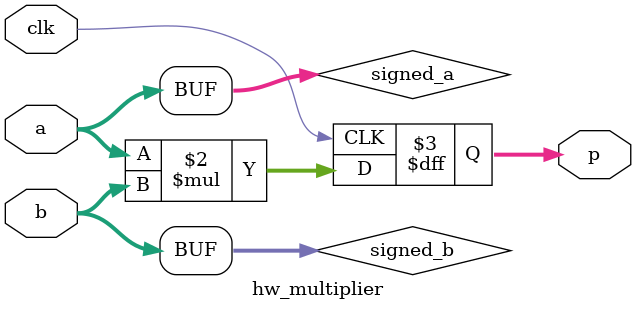
<source format=v>
module hw_multiplier 
( 
    clk, 
    a, 
    b, 
    p 
);

//-----------------------------------------------------------------
// I/O
//-----------------------------------------------------------------     
input           clk;
input   [31:0]  a;
input   [31:0]  b;
output  [63:0]  p;

//-----------------------------------------------------------------
// Registers / Wires
//-----------------------------------------------------------------
integer         signed_a;
integer         signed_b;

//-----------------------------------------------------------------
// Implementation
//----------------------------------------------------------------- 

// Conversion unsigned to signed
assign signed_a = a;
assign signed_b = b;

// Multiplier
always @(posedge clk)
    p <=  signed_a * signed_b;

endmodule

</source>
